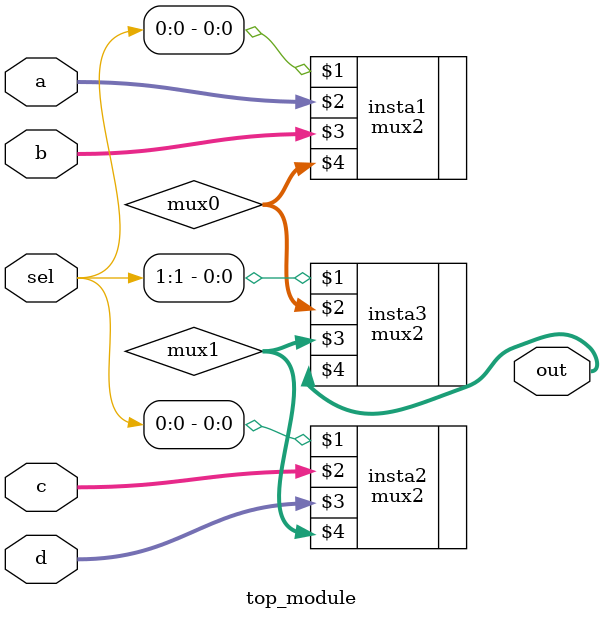
<source format=v>
module top_module (
    input [1:0] sel,
    input [7:0] a,
    input [7:0] b,
    input [7:0] c,
    input [7:0] d,
    output [7:0] out  );

    //1. the size of the wire 'mux0' and 'mux1' does not fit with 'out'
    //2. rename the modules name that is not the same as wire 'mux0' and 'mux1'
    //3. 'insta2' dicider should be the same as 'insta1', thus use sel[0]

    wire [7:0]mux0, mux1;
    mux2 insta1 ( sel[0],    a,    b, mux0 );
    mux2 insta2 ( sel[0],    c,    d, mux1 );
    mux2 insta3 ( sel[1], mux0, mux1,  out );

endmodule

</source>
